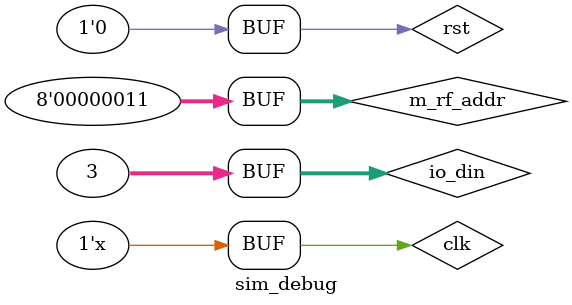
<source format=v>
`timescale 1ns / 1ps


module sim_debug();
reg clk,rst;
//IO_BUS
wire [7:0] io_addr;
wire [31:0] io_dout;
wire io_we;         
reg [31:0] io_din;
//Debug_BUS
reg [7:0] m_rf_addr;
wire [31:0] rf_data;
wire [31:0] m_data;
//增加流水线寄存器调试接口
wire [31:0] pcin, pc, pcd, pce;
wire [31:0] ir, imm, mdr;
wire [31:0] a, b, y, bm, yw;
wire [4:0]  rd, rdm, rdw;
wire [31:0] ctrl, ctrlm, ctrlw;

CPU cpu(
.clk(clk),
.rst(rst),
.io_addr(io_addr),
.io_dout(io_dout),
.io_we(io_we),
.io_din(io_din),
.m_rf_addr(m_rf_addr),
.rf_data(rf_data),
.m_data(m_data),
.pc(pc),
.pcin(pcin),
.pcd(pcd),
.pce(pce),
.ir(ir),
.imm(imm),
.mdr(mdr),
.a(a),
.b(b),
.y(y),
.bm(bm),
.yw(yw),
.rd(rd),
.rdm(rdm),
.rdw(rdw),
.ctrl(ctrl),
.ctrlm(ctrlm),
.ctrlw(ctrlw)
);

initial begin
    clk=0;
    rst=0;
    io_din=3;
    m_rf_addr=8'h03;
    #1 rst=1;
    #2 rst=0;
end

always #5 clk = ~clk;
//always #100 io_din=io_din^1;

/*always begin
    #10 m_rf_addr = 
end*/

endmodule

</source>
